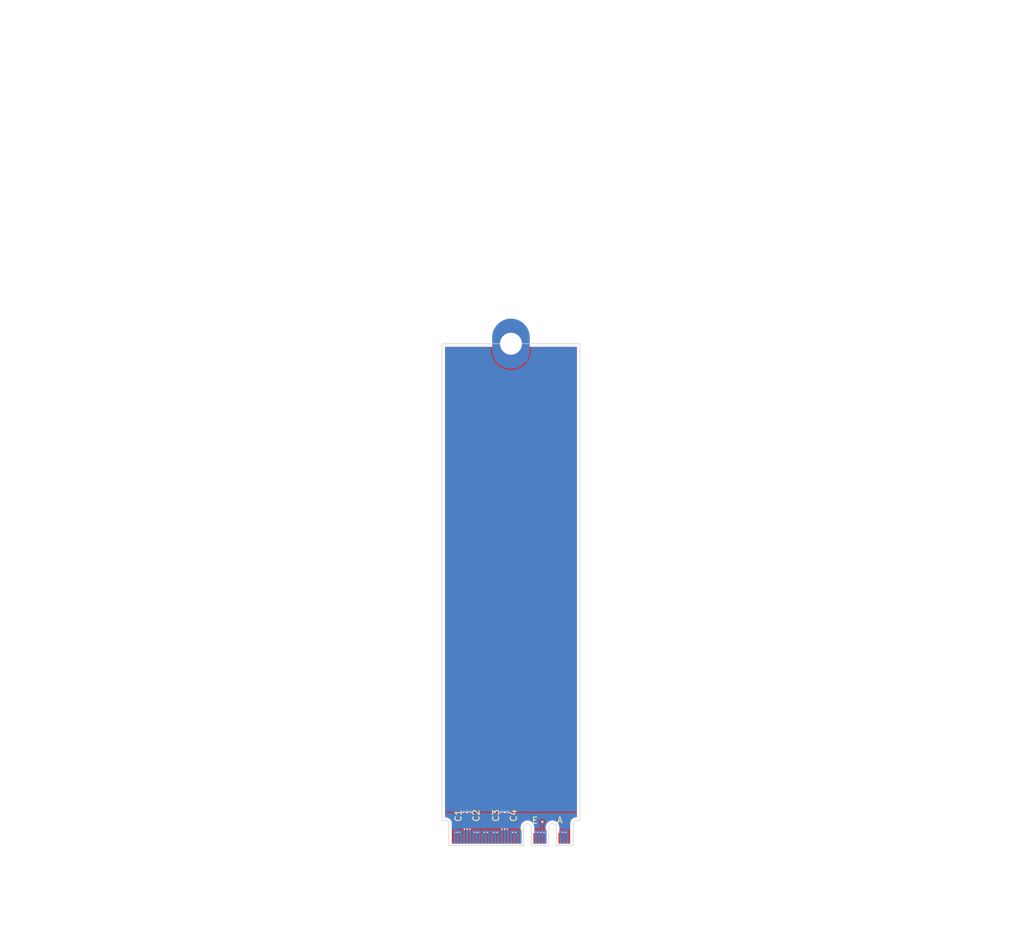
<source format=kicad_pcb>
(kicad_pcb (version 20241229) (generator "pcbnew") (generator_version "9.0")
  (layers (0 "F.Cu" signal) (2 "B.Cu" signal) (13 "F.Paste" user) (15 "B.Paste" user) (5 "F.SilkS" user "F.Silkscreen") (7 "B.SilkS" user "B.Silkscreen") (1 "F.Mask" user) (3 "B.Mask" user) (25 "Edge.Cuts" user))
  (net 0 "")
  (net 1 "GND")
  (net 2 "/M.2 A+E Key/PET1P")
  (net 3 "/M.2 A+E Key/PET0N")
  (net 4 "/M.2 A+E Key/PET1N")
  (net 5 "/M.2 A+E Key/PET0P")
  (net 6 "/PET0-")
  (net 7 "/PET1-")
  (net 8 "+3.3V")
  (net 9 "/USB_D+")
  (net 10 "/USB_D-")
  (net 11 "/LED#1")
  (net 12 "/LED#2")
  (net 21 "/PER0-")
  (net 23 "/PER0+")
  (net 29 "/REFCLK0+")
  (net 31 "/REFCLK0-")
  (net 32 "/SUSCLK")
  (net 33 "/PERST0#")
  (net 34 "/CLKREQ0#")
  (net 35 "/W_DISABLE2#")
  (net 36 "/PEWAKE#")
  (net 37 "/W_DISABLE1#")
  (net 38 "/I2C_DATA")
  (net 39 "/PER1+")
  (net 40 "/I2C_CLK")
  (net 41 "/PER1-")
  (net 42 "/ALERT#")
  (net 44 "/PERST1#")
  (net 45 "/CLKREQ1#")
  (net 46 "/PEWAKE1#")
  (net 47 "/REFCLK1+")
  (net 48 "/REFCLK1-")
  (net 49 "/PET0+")
  (net 50 "/PET1+")
  (footprint "Capacitor_SMD:C_0201_0603Metric" (layer "F.Cu") (at 106.41 153.63 90)
    (property "Reference" "C3" (at 0 -1.05 90) (layer "F.SilkS"))
    (property "Value" "220nF")
    (pad "1" smd roundrect (at -0.32 0 90) (size 0.46 0.4) (layers "F.Cu" "F.Mask") (net 3 "/M.2 A+E Key/PET0N"))
    (pad "2" smd roundrect (at 0.32 0 90) (size 0.46 0.4) (layers "F.Cu" "F.Mask") (net 6 "/PET0-"))
  )
  (footprint "Capacitor_SMD:C_0201_0603Metric" (layer "F.Cu") (at 107.11 153.63 90)
    (property "Reference" "C4" (at 0 1.07 90) (layer "F.SilkS"))
    (property "Value" "220nF")
    (pad "1" smd roundrect (at -0.32 0 90) (size 0.46 0.4) (layers "F.Cu" "F.Mask") (net 5 "/M.2 A+E Key/PET0P"))
    (pad "2" smd roundrect (at 0.32 0 90) (size 0.46 0.4) (layers "F.Cu" "F.Mask") (net 49 "/PET0+"))
  )
  (footprint "PCIexpress:M.2 A+E Key Connector" (layer "F.Cu") (at 107.76 157.29)
    (property "Reference" "J1")
    (property "Value" "~")
    (fp_line (start -11 -2.89) (end -10.425 -2.89) (stroke (width 0.1)) (layer "Edge.Cuts"))
    (fp_line (start -9.925 -2.39) (end -9.925 1.11) (stroke (width 0.1)) (layer "Edge.Cuts"))
    (fp_line (start 2.025 -1.79) (end 2.025 1.11) (stroke (width 0.1)) (layer "Edge.Cuts"))
    (fp_line (start 2.025 1.11) (end -9.925 1.11) (stroke (width 0.1)) (layer "Edge.Cuts"))
    (fp_line (start 3.225 -1.79) (end 3.225 1.11) (stroke (width 0.1)) (layer "Edge.Cuts"))
    (fp_line (start 3.225 1.11) (end 6.025 1.11) (stroke (width 0.1)) (layer "Edge.Cuts"))
    (fp_line (start 6.025 -1.79) (end 6.025 1.11) (stroke (width 0.1)) (layer "Edge.Cuts"))
    (fp_line (start 7.225 -1.79) (end 7.225 1.11) (stroke (width 0.1)) (layer "Edge.Cuts"))
    (fp_line (start 7.225 1.11) (end 9.925 1.11) (stroke (width 0.1)) (layer "Edge.Cuts"))
    (fp_line (start 9.925 -2.39) (end 9.925 1.11) (stroke (width 0.1)) (layer "Edge.Cuts"))
    (fp_line (start 10.425 -2.89) (end 11 -2.89) (stroke (width 0.1)) (layer "Edge.Cuts"))
    (fp_arc (start -10.425 -2.89) (mid -10.071447 -2.743553) (end -9.925 -2.39) (stroke (width 0.1)) (layer "Edge.Cuts"))
    (fp_arc (start 2.025 -1.79) (mid 2.625 -2.39) (end 3.225 -1.79) (stroke (width 0.1)) (layer "Edge.Cuts"))
    (fp_arc (start 6.025 -1.79) (mid 6.625 -2.39) (end 7.225 -1.79) (stroke (width 0.1)) (layer "Edge.Cuts"))
    (fp_arc (start 9.925 -2.39) (mid 10.071447 -2.743553) (end 10.425 -2.89) (stroke (width 0.1)) (layer "Edge.Cuts"))
    (fp_text user "E" (at 3.28 -2.32 0) (layer "F.SilkS") (effects (justify left bottom)))
    (fp_text user "A" (at 7.265 -2.345 0) (layer "F.SilkS") (effects (justify left bottom)))
    (pad "1" smd rect (at 9.25 -0.04 180) (size 0.35 1.7) (layers "F.Cu") (net 1 "GND"))
    (pad "2" smd rect (at 9 -0.29 180) (size 0.35 2.2) (layers "B.Cu") (net 8 "+3.3V"))
    (pad "3" smd rect (at 8.75 -0.04 180) (size 0.35 1.7) (layers "F.Cu") (net 9 "/USB_D+"))
    (pad "4" smd rect (at 8.5 -0.29 180) (size 0.35 2.2) (layers "B.Cu") (net 8 "+3.3V"))
    (pad "5" smd rect (at 8.25 -0.04 180) (size 0.35 1.7) (layers "F.Cu") (net 10 "/USB_D-"))
    (pad "6" smd rect (at 8 -0.29 180) (size 0.35 2.2) (layers "B.Cu") (net 11 "/LED#1"))
    (pad "7" smd rect (at 7.75 -0.04 180) (size 0.35 1.7) (layers "F.Cu") (net 1 "GND"))
    (pad "16" smd rect (at 5.5 -0.29 180) (size 0.35 2.2) (layers "B.Cu") (net 12 "/LED#2"))
    (pad "17" smd rect (at 5.25 -0.04 180) (size 0.35 1.7) (layers "F.Cu"))
    (pad "18" smd rect (at 5 -0.29 180) (size 0.35 2.2) (layers "B.Cu") (net 1 "GND"))
    (pad "19" smd rect (at 4.75 -0.04 180) (size 0.35 1.7) (layers "F.Cu"))
    (pad "20" smd rect (at 4.5 -0.29 180) (size 0.35 2.2) (layers "B.Cu"))
    (pad "21" smd rect (at 4.25 -0.04 180) (size 0.35 1.7) (layers "F.Cu"))
    (pad "22" smd rect (at 4 -0.29 180) (size 0.35 2.2) (layers "B.Cu"))
    (pad "23" smd rect (at 3.75 -0.04 180) (size 0.35 1.7) (layers "F.Cu"))
    (pad "32" smd rect (at 1.5 -0.29 180) (size 0.35 2.2) (layers "B.Cu"))
    (pad "33" smd rect (at 1.25 -0.04 180) (size 0.35 1.7) (layers "F.Cu") (net 1 "GND"))
    (pad "34" smd rect (at 1 -0.29 180) (size 0.35 2.2) (layers "B.Cu"))
    (pad "35" smd rect (at 0.75 -0.04 180) (size 0.35 1.7) (layers "F.Cu") (net 21 "/PER0-"))
    (pad "36" smd rect (at 0.5 -0.29 180) (size 0.35 2.2) (layers "B.Cu"))
    (pad "37" smd rect (at 0.25 -0.04 180) (size 0.35 1.7) (layers "F.Cu") (net 23 "/PER0+"))
    (pad "38" smd rect (at 0 -0.29 180) (size 0.35 2.2) (layers "B.Cu"))
    (pad "39" smd rect (at -0.25 -0.04 180) (size 0.35 1.7) (layers "F.Cu") (net 1 "GND"))
    (pad "40" smd rect (at -0.5 -0.29 180) (size 0.35 2.2) (layers "B.Cu"))
    (pad "41" smd rect (at -0.75 -0.04 180) (size 0.35 1.7) (layers "F.Cu") (net 5 "/M.2 A+E Key/PET0P"))
    (pad "42" smd rect (at -1 -0.29 180) (size 0.35 2.2) (layers "B.Cu"))
    (pad "43" smd rect (at -1.25 -0.04 180) (size 0.35 1.7) (layers "F.Cu") (net 3 "/M.2 A+E Key/PET0N"))
    (pad "44" smd rect (at -1.5 -0.29 180) (size 0.35 2.2) (layers "B.Cu"))
    (pad "45" smd rect (at -1.75 -0.04 180) (size 0.35 1.7) (layers "F.Cu") (net 1 "GND"))
    (pad "46" smd rect (at -2 -0.29 180) (size 0.35 2.2) (layers "B.Cu"))
    (pad "47" smd rect (at -2.25 -0.04 180) (size 0.35 1.7) (layers "F.Cu") (net 29 "/REFCLK0+"))
    (pad "48" smd rect (at -2.5 -0.29 180) (size 0.35 2.2) (layers "B.Cu"))
    (pad "49" smd rect (at -2.75 -0.04 180) (size 0.35 1.7) (layers "F.Cu") (net 31 "/REFCLK0-"))
    (pad "50" smd rect (at -3 -0.29 180) (size 0.35 2.2) (layers "B.Cu") (net 32 "/SUSCLK"))
    (pad "51" smd rect (at -3.25 -0.04 180) (size 0.35 1.7) (layers "F.Cu") (net 1 "GND"))
    (pad "52" smd rect (at -3.5 -0.29 180) (size 0.35 2.2) (layers "B.Cu") (net 33 "/PERST0#"))
    (pad "53" smd rect (at -3.75 -0.04 180) (size 0.35 1.7) (layers "F.Cu") (net 34 "/CLKREQ0#"))
    (pad "54" smd rect (at -4 -0.29 180) (size 0.35 2.2) (layers "B.Cu") (net 35 "/W_DISABLE2#"))
    (pad "55" smd rect (at -4.25 -0.04 180) (size 0.35 1.7) (layers "F.Cu") (net 36 "/PEWAKE#"))
    (pad "56" smd rect (at -4.5 -0.29 180) (size 0.35 2.2) (layers "B.Cu") (net 37 "/W_DISABLE1#"))
    (pad "57" smd rect (at -4.75 -0.04 180) (size 0.35 1.7) (layers "F.Cu") (net 1 "GND"))
    (pad "58" smd rect (at -5 -0.29 180) (size 0.35 2.2) (layers "B.Cu") (net 38 "/I2C_DATA"))
    (pad "59" smd rect (at -5.25 -0.04 180) (size 0.35 1.7) (layers "F.Cu") (net 39 "/PER1+"))
    (pad "60" smd rect (at -5.5 -0.29 180) (size 0.35 2.2) (layers "B.Cu") (net 40 "/I2C_CLK"))
    (pad "61" smd rect (at -5.75 -0.04 180) (size 0.35 1.7) (layers "F.Cu") (net 41 "/PER1-"))
    (pad "62" smd rect (at -6 -0.29 180) (size 0.35 2.2) (layers "B.Cu") (net 42 "/ALERT#"))
    (pad "63" smd rect (at -6.25 -0.04 180) (size 0.35 1.7) (layers "F.Cu") (net 1 "GND"))
    (pad "64" smd rect (at -6.5 -0.29 180) (size 0.35 2.2) (layers "B.Cu"))
    (pad "65" smd rect (at -6.75 -0.04 180) (size 0.35 1.7) (layers "F.Cu") (net 2 "/M.2 A+E Key/PET1P"))
    (pad "66" smd rect (at -7 -0.29 180) (size 0.35 2.2) (layers "B.Cu") (net 44 "/PERST1#"))
    (pad "67" smd rect (at -7.25 -0.04 180) (size 0.35 1.7) (layers "F.Cu") (net 4 "/M.2 A+E Key/PET1N"))
    (pad "68" smd rect (at -7.5 -0.29 180) (size 0.35 2.2) (layers "B.Cu") (net 45 "/CLKREQ1#"))
    (pad "69" smd rect (at -7.75 -0.04 180) (size 0.35 1.7) (layers "F.Cu") (net 1 "GND"))
    (pad "70" smd rect (at -8 -0.29 180) (size 0.35 2.2) (layers "B.Cu") (net 46 "/PEWAKE1#"))
    (pad "71" smd rect (at -8.25 -0.04 180) (size 0.35 1.7) (layers "F.Cu") (net 47 "/REFCLK1+"))
    (pad "72" smd rect (at -8.5 -0.29 180) (size 0.35 2.2) (layers "B.Cu") (net 8 "+3.3V"))
    (pad "73" smd rect (at -8.75 -0.04 180) (size 0.35 1.7) (layers "F.Cu") (net 48 "/REFCLK1-"))
    (pad "74" smd rect (at -9 -0.29 180) (size 0.35 2.2) (layers "B.Cu") (net 8 "+3.3V"))
    (pad "75" smd rect (at -9.25 -0.04 180) (size 0.35 1.7) (layers "F.Cu") (net 1 "GND"))
  )
  (footprint "Athena KiCAd library:M.2 Mounting Pad" (layer "F.Cu") (at 107.76 78.4)
    (property "Reference" "H1")
    (property "Value" "MountingHole_Pad")
    (pad "1" thru_hole circle (at 0 0) (size 5.5 5.5) (drill 3.5) (property pad_prop_castellated) (layers "*.Cu" "*.Mask") (net 1 "GND") (padstack (mode front_inner_back) (layer "Inner" (shape circle) (size 5.5 5.5)) (layer "B.Cu" (shape oval) (size 6 8))))
  )
  (footprint "Capacitor_SMD:C_0201_0603Metric" (layer "F.Cu") (at 101.11 153.63 90)
    (property "Reference" "C2" (at 0 1.11 90) (layer "F.SilkS"))
    (property "Value" "220nF")
    (pad "1" smd roundrect (at -0.32 0 90) (size 0.46 0.4) (layers "F.Cu" "F.Mask") (net 2 "/M.2 A+E Key/PET1P"))
    (pad "2" smd roundrect (at 0.32 0 90) (size 0.46 0.4) (layers "F.Cu" "F.Mask") (net 50 "/PET1+"))
  )
  (footprint "Capacitor_SMD:C_0201_0603Metric" (layer "F.Cu") (at 100.41 153.63 90)
    (property "Reference" "C1" (at 0 -1.05 90) (layer "F.SilkS"))
    (property "Value" "220nF")
    (pad "1" smd roundrect (at -0.32 0 90) (size 0.46 0.4) (layers "F.Cu" "F.Mask") (net 4 "/M.2 A+E Key/PET1N"))
    (pad "2" smd roundrect (at 0.32 0 90) (size 0.46 0.4) (layers "F.Cu" "F.Mask") (net 7 "/PET1-"))
  )
  (gr_line (start 118.76 78.4) (end 96.76 78.4) (stroke (width 0.1)) (layer "Edge.Cuts"))
  (gr_line (start 118.76 154.4) (end 118.76 78.4) (stroke (width 0.1)) (layer "Edge.Cuts"))
  (gr_line (start 96.76 78.4) (end 96.76 154.4) (stroke (width 0.1)) (layer "Edge.Cuts"))
  (via (at 112.76 154.63) (size 0.6) (drill 0.3) (layers "F.Cu" "B.Cu") (net 1))
  (segment (start 112.76 154.63) (end 112.76 157) (width 0.2) (layer "B.Cu") (net 1))
  (segment (start 101.11 154.295001) (end 101.11 153.95) (width 0.2) (layer "F.Cu") (net 2))
  (segment (start 101.01 157.25) (end 101.01 155.974999) (width 0.2) (layer "F.Cu") (net 2))
  (segment (start 100.985 154.420001) (end 101.11 154.295001) (width 0.2) (layer "F.Cu") (net 2))
  (segment (start 100.985 155.949999) (end 100.985 154.420001) (width 0.2) (layer "F.Cu") (net 2))
  (segment (start 101.01 155.974999) (end 100.985 155.949999) (width 0.2) (layer "F.Cu") (net 2))
  (segment (start 106.535 155.949999) (end 106.535 154.420001) (width 0.2) (layer "F.Cu") (net 3))
  (segment (start 106.51 157.25) (end 106.51 155.974999) (width 0.2) (layer "F.Cu") (net 3))
  (segment (start 106.41 154.295001) (end 106.41 153.95) (width 0.2) (layer "F.Cu") (net 3))
  (segment (start 106.51 155.974999) (end 106.535 155.949999) (width 0.2) (layer "F.Cu") (net 3))
  (segment (start 106.535 154.420001) (end 106.41 154.295001) (width 0.2) (layer "F.Cu") (net 3))
  (segment (start 100.51 155.974999) (end 100.535 155.949999) (width 0.2) (layer "F.Cu") (net 4))
  (segment (start 100.51 157.25) (end 100.51 155.974999) (width 0.2) (layer "F.Cu") (net 4))
  (segment (start 100.535 155.949999) (end 100.535 154.420001) (width 0.2) (layer "F.Cu") (net 4))
  (segment (start 100.535 154.420001) (end 100.41 154.295001) (width 0.2) (layer "F.Cu") (net 4))
  (segment (start 100.41 154.295001) (end 100.41 153.95) (width 0.2) (layer "F.Cu") (net 4))
  (segment (start 107.01 155.974999) (end 106.985 155.949999) (width 0.2) (layer "F.Cu") (net 5))
  (segment (start 107.11 154.295001) (end 107.11 153.95) (width 0.2) (layer "F.Cu") (net 5))
  (segment (start 106.985 154.420001) (end 107.11 154.295001) (width 0.2) (layer "F.Cu") (net 5))
  (segment (start 106.985 155.949999) (end 106.985 154.420001) (width 0.2) (layer "F.Cu") (net 5))
  (segment (start 107.01 157.25) (end 107.01 155.974999) (width 0.2) (layer "F.Cu") (net 5))
  (zone (net 1) (net_name "GND") (layers "F.Cu" "B.Cu") (connect_pads (clearance 0.2)) (min_thickness 0.15) (fill yes (thermal_gap 0.2) (thermal_bridge_width 0.35))
    (polygon (pts (xy 122.76 156.73) (xy 122.76 48.4) (xy 92.76 48.4) (xy 92.76 156.73)))
  )
  (zone (net 8) (net_name "+3.3V") (layer "B.Cu") (priority 1) (connect_pads (clearance 0.2)) (min_thickness 0.15) (fill yes (thermal_gap 0.2) (thermal_bridge_width 0.35))
    (polygon (pts (xy 118.76 156.72) (xy 118.76 153.2) (xy 96.76 153.2) (xy 96.76 156.72)))
  )
)
</source>
